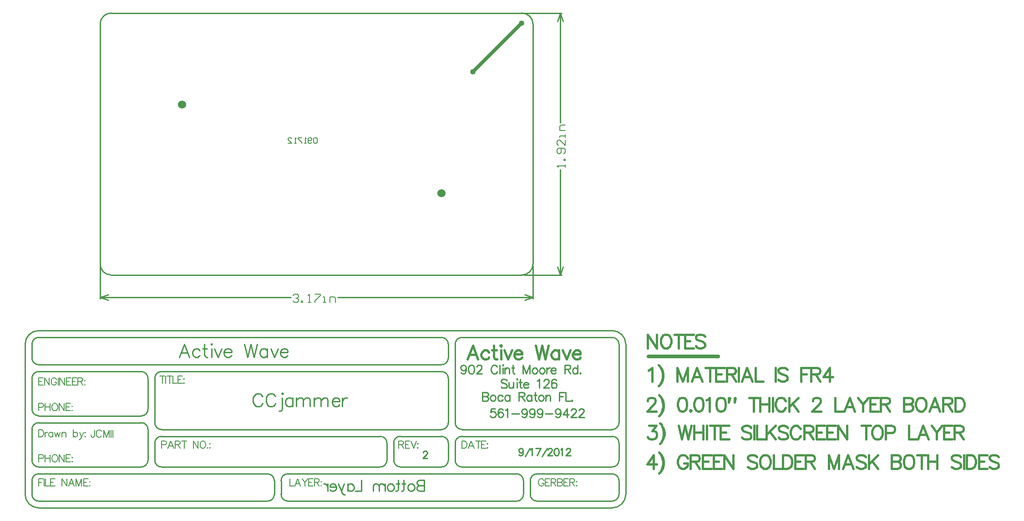
<source format=gbl>
%FSLAX25Y25*%
%MOIN*%
G70*
G01*
G75*
G04 Layer_Physical_Order=2*
G04 Layer_Color=16711680*
%ADD10C,0.02500*%
%ADD11C,0.06000*%
%ADD12R,0.05000X0.02000*%
%ADD13R,0.03000X0.03000*%
%ADD14R,0.01575X0.01575*%
%ADD15R,0.01575X0.02362*%
%ADD16R,0.01969X0.02756*%
%ADD17R,0.05118X0.06299*%
%ADD18C,0.01000*%
%ADD19C,0.02000*%
%ADD20C,0.01200*%
%ADD21C,0.03000*%
%ADD22C,0.00800*%
%ADD23C,0.00600*%
%ADD24C,0.00900*%
%ADD25C,0.01500*%
%ADD26C,0.00500*%
%ADD27C,0.04000*%
D10*
X273000Y149000D02*
X308500Y184500D01*
X401800Y-59700D02*
X452800D01*
D11*
X60000Y125000D02*
D03*
X250000Y60000D02*
D03*
D18*
X237400Y-150502D02*
Y-158500D01*
Y-150502D02*
X233972D01*
X232830Y-150883D01*
X232449Y-151263D01*
X232068Y-152025D01*
Y-152787D01*
X232449Y-153549D01*
X232830Y-153929D01*
X233972Y-154310D01*
X237400D02*
X233972D01*
X232830Y-154691D01*
X232449Y-155072D01*
X232068Y-155834D01*
Y-156976D01*
X232449Y-157738D01*
X232830Y-158119D01*
X233972Y-158500D01*
X237400D01*
X228373Y-153168D02*
X229135Y-153549D01*
X229897Y-154310D01*
X230278Y-155453D01*
Y-156215D01*
X229897Y-157357D01*
X229135Y-158119D01*
X228373Y-158500D01*
X227231D01*
X226469Y-158119D01*
X225707Y-157357D01*
X225326Y-156215D01*
Y-155453D01*
X225707Y-154310D01*
X226469Y-153549D01*
X227231Y-153168D01*
X228373D01*
X222432Y-150502D02*
Y-156976D01*
X222051Y-158119D01*
X221289Y-158500D01*
X220527D01*
X223574Y-153168D02*
X220908D01*
X218242Y-150502D02*
Y-156976D01*
X217861Y-158119D01*
X217100Y-158500D01*
X216338D01*
X219385Y-153168D02*
X216719D01*
X213291D02*
X214053Y-153549D01*
X214814Y-154310D01*
X215195Y-155453D01*
Y-156215D01*
X214814Y-157357D01*
X214053Y-158119D01*
X213291Y-158500D01*
X212148D01*
X211386Y-158119D01*
X210625Y-157357D01*
X210244Y-156215D01*
Y-155453D01*
X210625Y-154310D01*
X211386Y-153549D01*
X212148Y-153168D01*
X213291D01*
X208492D02*
Y-158500D01*
Y-154691D02*
X207349Y-153549D01*
X206588Y-153168D01*
X205445D01*
X204683Y-153549D01*
X204302Y-154691D01*
Y-158500D01*
Y-154691D02*
X203160Y-153549D01*
X202398Y-153168D01*
X201255D01*
X200494Y-153549D01*
X200113Y-154691D01*
Y-158500D01*
X191315Y-150502D02*
Y-158500D01*
X186744D01*
X181298Y-153168D02*
Y-158500D01*
Y-154310D02*
X182060Y-153549D01*
X182821Y-153168D01*
X183964D01*
X184726Y-153549D01*
X185487Y-154310D01*
X185868Y-155453D01*
Y-156215D01*
X185487Y-157357D01*
X184726Y-158119D01*
X183964Y-158500D01*
X182821D01*
X182060Y-158119D01*
X181298Y-157357D01*
X178784Y-153168D02*
X176499Y-158500D01*
X174214Y-153168D02*
X176499Y-158500D01*
X177260Y-160023D01*
X178022Y-160785D01*
X178784Y-161166D01*
X179165D01*
X172880Y-155453D02*
X168310D01*
Y-154691D01*
X168691Y-153929D01*
X169072Y-153549D01*
X169834Y-153168D01*
X170976D01*
X171738Y-153549D01*
X172500Y-154310D01*
X172880Y-155453D01*
Y-156215D01*
X172500Y-157357D01*
X171738Y-158119D01*
X170976Y-158500D01*
X169834D01*
X169072Y-158119D01*
X168310Y-157357D01*
X166596Y-153168D02*
Y-158500D01*
Y-155453D02*
X166215Y-154310D01*
X165454Y-153549D01*
X164692Y-153168D01*
X163549D01*
X310500Y192000D02*
X338000D01*
X310500Y0D02*
X338000D01*
X337000Y111495D02*
Y192000D01*
Y0D02*
Y77305D01*
X335000Y186000D02*
X337000Y192000D01*
X339000Y186000D01*
X337000Y0D02*
X339000Y6000D01*
X335000D02*
X337000Y0D01*
X317000Y-17500D02*
Y6516D01*
X0Y-17500D02*
Y6516D01*
X173995Y-16500D02*
X317000D01*
X0D02*
X139805D01*
X311000Y-14500D02*
X317000Y-16500D01*
X311000Y-18500D02*
X317000Y-16500D01*
X0D02*
X6000Y-18500D01*
X0Y-16500D02*
X6000Y-14500D01*
X-16Y8016D02*
G03*
X8000Y0I8016J0D01*
G01*
X8016Y192016D02*
G03*
X0Y184000I0J-8016D01*
G01*
X317016Y183984D02*
G03*
X309000Y192000I-8016J0D01*
G01*
Y0D02*
G03*
X317016Y8016I0J8016D01*
G01*
X8000Y0D02*
X309000D01*
X0Y8016D02*
Y184000D01*
X317000Y8016D02*
Y183984D01*
X8016Y192000D02*
X309000D01*
X127501Y-150794D02*
G03*
X122502Y-145794I-5000J0D01*
G01*
X122618Y-165794D02*
G03*
X127499Y-160827I84J4800D01*
G01*
X137502Y-145794D02*
G03*
X132501Y-150794I0J-5000D01*
G01*
Y-160794D02*
G03*
X137414Y-165793I5000J0D01*
G01*
X310001Y-150794D02*
G03*
X305001Y-145794I-5000J0D01*
G01*
X305118Y-165794D02*
G03*
X309999Y-160827I84J4800D01*
G01*
X315002Y-160894D02*
G03*
X319987Y-165793I4900J0D01*
G01*
X320002Y-145794D02*
G03*
X315002Y-150794I0J-5000D01*
G01*
X35002Y-75694D02*
G03*
X30101Y-70794I-4900J0D01*
G01*
X30202Y-103294D02*
G03*
X35002Y-98494I0J4800D01*
G01*
Y-113194D02*
G03*
X29930Y-108297I-4900J0D01*
G01*
X40001Y-108394D02*
G03*
X44901Y-113294I4900J0D01*
G01*
X40001Y-135894D02*
G03*
X44901Y-140794I4900J0D01*
G01*
X30101D02*
G03*
X35002Y-135894I0J4900D01*
G01*
X210001Y-123194D02*
G03*
X205101Y-118294I-4900J0D01*
G01*
Y-140794D02*
G03*
X210001Y-135809I0J4900D01*
G01*
X215002Y-135694D02*
G03*
X220012Y-140793I5100J0D01*
G01*
X219801Y-118294D02*
G03*
X215008Y-123345I0J-4800D01*
G01*
X45002Y-118294D02*
G03*
X40001Y-123294I0J-5000D01*
G01*
X45001Y-70794D02*
G03*
X40001Y-75794I0J-5000D01*
G01*
X-49999Y-135794D02*
G03*
X-45086Y-140793I5000J0D01*
G01*
X-44998Y-108294D02*
G03*
X-49999Y-113294I0J-5000D01*
G01*
Y-98294D02*
G03*
X-44998Y-103294I5000J0D01*
G01*
Y-70794D02*
G03*
X-49999Y-75794I0J-5000D01*
G01*
Y-60794D02*
G03*
X-44998Y-65794I5000J0D01*
G01*
Y-45794D02*
G03*
X-49999Y-50794I0J-5000D01*
G01*
X255001D02*
G03*
X250002Y-45794I-5000J0D01*
G01*
X265002D02*
G03*
X260001Y-50794I0J-5000D01*
G01*
X250002Y-65794D02*
G03*
X255001Y-60794I0J5000D01*
G01*
Y-75794D02*
G03*
X250002Y-70794I-5000J0D01*
G01*
X-44998Y-145794D02*
G03*
X-49999Y-150794I0J-5000D01*
G01*
X250089Y-113294D02*
G03*
X255002Y-108294I-87J5000D01*
G01*
X-49999Y-160794D02*
G03*
X-45086Y-165793I5000J0D01*
G01*
X255001Y-123194D02*
G03*
X250101Y-118294I-4900J0D01*
G01*
X260001Y-135894D02*
G03*
X264987Y-140793I4900J0D01*
G01*
X250002Y-140794D02*
G03*
X255001Y-135794I0J5000D01*
G01*
X375002Y-165794D02*
G03*
X380001Y-160794I0J5000D01*
G01*
X380002Y-150707D02*
G03*
X375002Y-145793I-5000J-87D01*
G01*
Y-140794D02*
G03*
X380001Y-135794I0J5000D01*
G01*
Y-50694D02*
G03*
X374931Y-45797I-4900J0D01*
G01*
X385001Y-50794D02*
G03*
X375002Y-40794I-10000J0D01*
G01*
Y-170794D02*
G03*
X385001Y-160794I0J10000D01*
G01*
X-54998Y-160694D02*
G03*
X-45075Y-170792I10100J0D01*
G01*
X-44998Y-40794D02*
G03*
X-54998Y-50794I0J-10000D01*
G01*
X260001Y-108294D02*
G03*
X265002Y-113294I5000J0D01*
G01*
X375002D02*
G03*
X380001Y-108294I0J5000D01*
G01*
X265002Y-118294D02*
G03*
X260001Y-123294I0J-5000D01*
G01*
X380001Y-123194D02*
G03*
X375101Y-118294I-4900J0D01*
G01*
X137502Y-165794D02*
X305001D01*
X-44998D02*
X122502D01*
X-44998Y-145794D02*
X122502D01*
X137502D02*
X305001D01*
X320002Y-165794D02*
X375002D01*
X320002Y-145794D02*
X375002D01*
X-44998Y-45794D02*
X250002D01*
X-44998Y-170794D02*
X375002D01*
X-44998Y-40794D02*
X375002D01*
X-44998Y-140794D02*
X30002D01*
X-44998Y-108294D02*
X30002D01*
X-44998Y-103294D02*
X30002D01*
X-44998Y-70794D02*
X30002D01*
X-44998Y-65794D02*
X250002D01*
X45002Y-70794D02*
X250002D01*
X45002Y-118294D02*
X205001D01*
X45002Y-140794D02*
X205001D01*
X220002D02*
X250002D01*
X220002Y-118294D02*
X250002D01*
X265002Y-140794D02*
X375002D01*
X265002Y-45794D02*
X375002D01*
X45002Y-113294D02*
X250002D01*
X265002D02*
X375002D01*
X265002Y-118294D02*
X375002D01*
X127501Y-160794D02*
Y-150794D01*
X132501Y-160794D02*
Y-150794D01*
X310001Y-160794D02*
Y-150794D01*
X315002Y-160794D02*
Y-150794D01*
X385001Y-160794D02*
Y-50794D01*
X-49999Y-135794D02*
Y-113294D01*
X35002Y-135794D02*
Y-113294D01*
X-49999Y-98294D02*
Y-75794D01*
X35002Y-98294D02*
Y-75794D01*
X-49999Y-60794D02*
Y-50794D01*
X255001Y-60794D02*
Y-50794D01*
Y-108294D02*
Y-75794D01*
X40001Y-108294D02*
Y-75794D01*
X210001Y-135794D02*
Y-123294D01*
X40001Y-135794D02*
Y-123294D01*
X215002Y-135794D02*
Y-123294D01*
X255001Y-135794D02*
Y-123294D01*
X380001Y-160794D02*
Y-150794D01*
X-49999Y-160794D02*
Y-150794D01*
X-54998Y-160794D02*
Y-50794D01*
X260001Y-108294D02*
Y-50794D01*
X380001Y-108294D02*
Y-50794D01*
X260001Y-135794D02*
Y-123294D01*
X380001Y-135794D02*
Y-123194D01*
X297875Y-77392D02*
X297266Y-76782D01*
X296352Y-76478D01*
X295133D01*
X294219Y-76782D01*
X293609Y-77392D01*
Y-78001D01*
X293914Y-78611D01*
X294219Y-78915D01*
X294828Y-79220D01*
X296656Y-79829D01*
X297266Y-80134D01*
X297570Y-80439D01*
X297875Y-81048D01*
Y-81962D01*
X297266Y-82572D01*
X296352Y-82876D01*
X295133D01*
X294219Y-82572D01*
X293609Y-81962D01*
X299307Y-78611D02*
Y-81658D01*
X299612Y-82572D01*
X300221Y-82876D01*
X301135D01*
X301745Y-82572D01*
X302659Y-81658D01*
Y-78611D02*
Y-82876D01*
X304944Y-76478D02*
X305249Y-76782D01*
X305554Y-76478D01*
X305249Y-76173D01*
X304944Y-76478D01*
X305249Y-78611D02*
Y-82876D01*
X307595Y-76478D02*
Y-81658D01*
X307900Y-82572D01*
X308509Y-82876D01*
X309119D01*
X306681Y-78611D02*
X308814D01*
X310033Y-80439D02*
X313689D01*
Y-79829D01*
X313384Y-79220D01*
X313080Y-78915D01*
X312470Y-78611D01*
X311556D01*
X310947Y-78915D01*
X310337Y-79525D01*
X310033Y-80439D01*
Y-81048D01*
X310337Y-81962D01*
X310947Y-82572D01*
X311556Y-82876D01*
X312470D01*
X313080Y-82572D01*
X313689Y-81962D01*
X320088Y-77697D02*
X320697Y-77392D01*
X321611Y-76478D01*
Y-82876D01*
X325085Y-78001D02*
Y-77697D01*
X325389Y-77087D01*
X325694Y-76782D01*
X326303Y-76478D01*
X327522D01*
X328132Y-76782D01*
X328436Y-77087D01*
X328741Y-77697D01*
Y-78306D01*
X328436Y-78915D01*
X327827Y-79829D01*
X324780Y-82876D01*
X329046D01*
X334134Y-77392D02*
X333829Y-76782D01*
X332915Y-76478D01*
X332306D01*
X331392Y-76782D01*
X330783Y-77697D01*
X330478Y-79220D01*
Y-80743D01*
X330783Y-81962D01*
X331392Y-82572D01*
X332306Y-82876D01*
X332611D01*
X333525Y-82572D01*
X334134Y-81962D01*
X334439Y-81048D01*
Y-80743D01*
X334134Y-79829D01*
X333525Y-79220D01*
X332611Y-78915D01*
X332306D01*
X331392Y-79220D01*
X330783Y-79829D01*
X330478Y-80743D01*
X289266Y-97978D02*
X286219D01*
X285914Y-100720D01*
X286219Y-100415D01*
X287133Y-100111D01*
X288047D01*
X288961Y-100415D01*
X289570Y-101025D01*
X289875Y-101939D01*
Y-102548D01*
X289570Y-103462D01*
X288961Y-104072D01*
X288047Y-104376D01*
X287133D01*
X286219Y-104072D01*
X285914Y-103767D01*
X285610Y-103158D01*
X294964Y-98892D02*
X294659Y-98282D01*
X293745Y-97978D01*
X293135D01*
X292221Y-98282D01*
X291612Y-99196D01*
X291307Y-100720D01*
Y-102243D01*
X291612Y-103462D01*
X292221Y-104072D01*
X293135Y-104376D01*
X293440D01*
X294354Y-104072D01*
X294964Y-103462D01*
X295268Y-102548D01*
Y-102243D01*
X294964Y-101329D01*
X294354Y-100720D01*
X293440Y-100415D01*
X293135D01*
X292221Y-100720D01*
X291612Y-101329D01*
X291307Y-102243D01*
X296670Y-99196D02*
X297279Y-98892D01*
X298193Y-97978D01*
Y-104376D01*
X301362Y-101634D02*
X306847D01*
X312697Y-100111D02*
X312392Y-101025D01*
X311783Y-101634D01*
X310869Y-101939D01*
X310564D01*
X309650Y-101634D01*
X309041Y-101025D01*
X308736Y-100111D01*
Y-99806D01*
X309041Y-98892D01*
X309650Y-98282D01*
X310564Y-97978D01*
X310869D01*
X311783Y-98282D01*
X312392Y-98892D01*
X312697Y-100111D01*
Y-101634D01*
X312392Y-103158D01*
X311783Y-104072D01*
X310869Y-104376D01*
X310259D01*
X309345Y-104072D01*
X309041Y-103462D01*
X318395Y-100111D02*
X318090Y-101025D01*
X317481Y-101634D01*
X316567Y-101939D01*
X316262D01*
X315348Y-101634D01*
X314738Y-101025D01*
X314434Y-100111D01*
Y-99806D01*
X314738Y-98892D01*
X315348Y-98282D01*
X316262Y-97978D01*
X316567D01*
X317481Y-98282D01*
X318090Y-98892D01*
X318395Y-100111D01*
Y-101634D01*
X318090Y-103158D01*
X317481Y-104072D01*
X316567Y-104376D01*
X315957D01*
X315043Y-104072D01*
X314738Y-103462D01*
X324093Y-100111D02*
X323788Y-101025D01*
X323179Y-101634D01*
X322265Y-101939D01*
X321960D01*
X321046Y-101634D01*
X320436Y-101025D01*
X320132Y-100111D01*
Y-99806D01*
X320436Y-98892D01*
X321046Y-98282D01*
X321960Y-97978D01*
X322265D01*
X323179Y-98282D01*
X323788Y-98892D01*
X324093Y-100111D01*
Y-101634D01*
X323788Y-103158D01*
X323179Y-104072D01*
X322265Y-104376D01*
X321655D01*
X320741Y-104072D01*
X320436Y-103462D01*
X325829Y-101634D02*
X331314D01*
X337164Y-100111D02*
X336859Y-101025D01*
X336250Y-101634D01*
X335336Y-101939D01*
X335031D01*
X334117Y-101634D01*
X333508Y-101025D01*
X333203Y-100111D01*
Y-99806D01*
X333508Y-98892D01*
X334117Y-98282D01*
X335031Y-97978D01*
X335336D01*
X336250Y-98282D01*
X336859Y-98892D01*
X337164Y-100111D01*
Y-101634D01*
X336859Y-103158D01*
X336250Y-104072D01*
X335336Y-104376D01*
X334727D01*
X333812Y-104072D01*
X333508Y-103462D01*
X341948Y-97978D02*
X338901Y-102243D01*
X343471D01*
X341948Y-97978D02*
Y-104376D01*
X344903Y-99501D02*
Y-99196D01*
X345208Y-98587D01*
X345513Y-98282D01*
X346122Y-97978D01*
X347341D01*
X347950Y-98282D01*
X348255Y-98587D01*
X348560Y-99196D01*
Y-99806D01*
X348255Y-100415D01*
X347646Y-101329D01*
X344599Y-104376D01*
X348865D01*
X350601Y-99501D02*
Y-99196D01*
X350906Y-98587D01*
X351211Y-98282D01*
X351820Y-97978D01*
X353039D01*
X353648Y-98282D01*
X353953Y-98587D01*
X354258Y-99196D01*
Y-99806D01*
X353953Y-100415D01*
X353344Y-101329D01*
X350297Y-104376D01*
X354562D01*
X268071Y-68111D02*
X267766Y-69025D01*
X267156Y-69634D01*
X266242Y-69939D01*
X265938D01*
X265024Y-69634D01*
X264414Y-69025D01*
X264109Y-68111D01*
Y-67806D01*
X264414Y-66892D01*
X265024Y-66282D01*
X265938Y-65978D01*
X266242D01*
X267156Y-66282D01*
X267766Y-66892D01*
X268071Y-68111D01*
Y-69634D01*
X267766Y-71158D01*
X267156Y-72072D01*
X266242Y-72376D01*
X265633D01*
X264719Y-72072D01*
X264414Y-71462D01*
X271636Y-65978D02*
X270721Y-66282D01*
X270112Y-67197D01*
X269807Y-68720D01*
Y-69634D01*
X270112Y-71158D01*
X270721Y-72072D01*
X271636Y-72376D01*
X272245D01*
X273159Y-72072D01*
X273768Y-71158D01*
X274073Y-69634D01*
Y-68720D01*
X273768Y-67197D01*
X273159Y-66282D01*
X272245Y-65978D01*
X271636D01*
X275810Y-67501D02*
Y-67197D01*
X276115Y-66587D01*
X276419Y-66282D01*
X277029Y-65978D01*
X278247D01*
X278857Y-66282D01*
X279162Y-66587D01*
X279466Y-67197D01*
Y-67806D01*
X279162Y-68415D01*
X278552Y-69329D01*
X275505Y-72376D01*
X279771D01*
X290801Y-67501D02*
X290496Y-66892D01*
X289887Y-66282D01*
X289277Y-65978D01*
X288059D01*
X287449Y-66282D01*
X286840Y-66892D01*
X286535Y-67501D01*
X286230Y-68415D01*
Y-69939D01*
X286535Y-70853D01*
X286840Y-71462D01*
X287449Y-72072D01*
X288059Y-72376D01*
X289277D01*
X289887Y-72072D01*
X290496Y-71462D01*
X290801Y-70853D01*
X292599Y-65978D02*
Y-72376D01*
X294549Y-65978D02*
X294853Y-66282D01*
X295158Y-65978D01*
X294853Y-65673D01*
X294549Y-65978D01*
X294853Y-68111D02*
Y-72376D01*
X296285Y-68111D02*
Y-72376D01*
Y-69329D02*
X297200Y-68415D01*
X297809Y-68111D01*
X298723D01*
X299332Y-68415D01*
X299637Y-69329D01*
Y-72376D01*
X302227Y-65978D02*
Y-71158D01*
X302532Y-72072D01*
X303141Y-72376D01*
X303750D01*
X301313Y-68111D02*
X303446D01*
X309692Y-65978D02*
Y-72376D01*
Y-65978D02*
X312130Y-72376D01*
X314567Y-65978D02*
X312130Y-72376D01*
X314567Y-65978D02*
Y-72376D01*
X317919Y-68111D02*
X317309Y-68415D01*
X316700Y-69025D01*
X316395Y-69939D01*
Y-70548D01*
X316700Y-71462D01*
X317309Y-72072D01*
X317919Y-72376D01*
X318833D01*
X319442Y-72072D01*
X320052Y-71462D01*
X320356Y-70548D01*
Y-69939D01*
X320052Y-69025D01*
X319442Y-68415D01*
X318833Y-68111D01*
X317919D01*
X323282D02*
X322672Y-68415D01*
X322063Y-69025D01*
X321758Y-69939D01*
Y-70548D01*
X322063Y-71462D01*
X322672Y-72072D01*
X323282Y-72376D01*
X324196D01*
X324805Y-72072D01*
X325414Y-71462D01*
X325719Y-70548D01*
Y-69939D01*
X325414Y-69025D01*
X324805Y-68415D01*
X324196Y-68111D01*
X323282D01*
X327121D02*
Y-72376D01*
Y-69939D02*
X327425Y-69025D01*
X328035Y-68415D01*
X328644Y-68111D01*
X329558D01*
X330137Y-69939D02*
X333794D01*
Y-69329D01*
X333489Y-68720D01*
X333184Y-68415D01*
X332575Y-68111D01*
X331661D01*
X331051Y-68415D01*
X330442Y-69025D01*
X330137Y-69939D01*
Y-70548D01*
X330442Y-71462D01*
X331051Y-72072D01*
X331661Y-72376D01*
X332575D01*
X333184Y-72072D01*
X333794Y-71462D01*
X340192Y-65978D02*
Y-72376D01*
Y-65978D02*
X342934D01*
X343849Y-66282D01*
X344153Y-66587D01*
X344458Y-67197D01*
Y-67806D01*
X344153Y-68415D01*
X343849Y-68720D01*
X342934Y-69025D01*
X340192D01*
X342325D02*
X344458Y-72376D01*
X349546Y-65978D02*
Y-72376D01*
Y-69025D02*
X348937Y-68415D01*
X348328Y-68111D01*
X347413D01*
X346804Y-68415D01*
X346195Y-69025D01*
X345890Y-69939D01*
Y-70548D01*
X346195Y-71462D01*
X346804Y-72072D01*
X347413Y-72376D01*
X348328D01*
X348937Y-72072D01*
X349546Y-71462D01*
X351557Y-71767D02*
X351253Y-72072D01*
X351557Y-72376D01*
X351862Y-72072D01*
X351557Y-71767D01*
X280110Y-85978D02*
Y-92376D01*
Y-85978D02*
X282852D01*
X283766Y-86282D01*
X284070Y-86587D01*
X284375Y-87196D01*
Y-87806D01*
X284070Y-88415D01*
X283766Y-88720D01*
X282852Y-89025D01*
X280110D02*
X282852D01*
X283766Y-89329D01*
X284070Y-89634D01*
X284375Y-90244D01*
Y-91158D01*
X284070Y-91767D01*
X283766Y-92072D01*
X282852Y-92376D01*
X280110D01*
X287331Y-88111D02*
X286721Y-88415D01*
X286112Y-89025D01*
X285807Y-89939D01*
Y-90548D01*
X286112Y-91462D01*
X286721Y-92072D01*
X287331Y-92376D01*
X288245D01*
X288854Y-92072D01*
X289464Y-91462D01*
X289768Y-90548D01*
Y-89939D01*
X289464Y-89025D01*
X288854Y-88415D01*
X288245Y-88111D01*
X287331D01*
X294826Y-89025D02*
X294217Y-88415D01*
X293607Y-88111D01*
X292693D01*
X292084Y-88415D01*
X291475Y-89025D01*
X291170Y-89939D01*
Y-90548D01*
X291475Y-91462D01*
X292084Y-92072D01*
X292693Y-92376D01*
X293607D01*
X294217Y-92072D01*
X294826Y-91462D01*
X299854Y-88111D02*
Y-92376D01*
Y-89025D02*
X299244Y-88415D01*
X298635Y-88111D01*
X297721D01*
X297112Y-88415D01*
X296502Y-89025D01*
X296197Y-89939D01*
Y-90548D01*
X296502Y-91462D01*
X297112Y-92072D01*
X297721Y-92376D01*
X298635D01*
X299244Y-92072D01*
X299854Y-91462D01*
X306588Y-85978D02*
Y-92376D01*
Y-85978D02*
X309330D01*
X310244Y-86282D01*
X310549Y-86587D01*
X310853Y-87196D01*
Y-87806D01*
X310549Y-88415D01*
X310244Y-88720D01*
X309330Y-89025D01*
X306588D01*
X308720D02*
X310853Y-92376D01*
X315942Y-88111D02*
Y-92376D01*
Y-89025D02*
X315332Y-88415D01*
X314723Y-88111D01*
X313809D01*
X313199Y-88415D01*
X312590Y-89025D01*
X312285Y-89939D01*
Y-90548D01*
X312590Y-91462D01*
X313199Y-92072D01*
X313809Y-92376D01*
X314723D01*
X315332Y-92072D01*
X315942Y-91462D01*
X318562Y-85978D02*
Y-91158D01*
X318867Y-92072D01*
X319476Y-92376D01*
X320086D01*
X317648Y-88111D02*
X319781D01*
X322523D02*
X321914Y-88415D01*
X321304Y-89025D01*
X321000Y-89939D01*
Y-90548D01*
X321304Y-91462D01*
X321914Y-92072D01*
X322523Y-92376D01*
X323437D01*
X324047Y-92072D01*
X324656Y-91462D01*
X324961Y-90548D01*
Y-89939D01*
X324656Y-89025D01*
X324047Y-88415D01*
X323437Y-88111D01*
X322523D01*
X326362D02*
Y-92376D01*
Y-89329D02*
X327276Y-88415D01*
X327886Y-88111D01*
X328800D01*
X329409Y-88415D01*
X329714Y-89329D01*
Y-92376D01*
X336417Y-85978D02*
Y-92376D01*
Y-85978D02*
X340378D01*
X336417Y-89025D02*
X338855D01*
X341110Y-85978D02*
Y-92376D01*
X344766D01*
X345772Y-91767D02*
X345467Y-92072D01*
X345772Y-92376D01*
X346076Y-92072D01*
X345772Y-91767D01*
D22*
X159000Y99832D02*
X158334Y100499D01*
X157001D01*
X156334Y99832D01*
Y97166D01*
X157001Y96500D01*
X158334D01*
X159000Y97166D01*
Y99832D01*
X155001Y97166D02*
X154335Y96500D01*
X153002D01*
X152336Y97166D01*
Y99832D01*
X153002Y100499D01*
X154335D01*
X155001Y99832D01*
Y99166D01*
X154335Y98499D01*
X152336D01*
X151003Y96500D02*
X149670D01*
X150336D01*
Y100499D01*
X151003Y99832D01*
X147670Y100499D02*
X145004D01*
Y99832D01*
X147670Y97166D01*
Y96500D01*
X143672D02*
X142339D01*
X143005D01*
Y100499D01*
X143672Y99832D01*
X137674Y96500D02*
X140339D01*
X137674Y99166D01*
Y99832D01*
X138340Y100499D01*
X139673D01*
X140339Y99832D01*
X-4163Y-113567D02*
Y-117630D01*
X-4417Y-118392D01*
X-4671Y-118646D01*
X-5179Y-118900D01*
X-5686D01*
X-6194Y-118646D01*
X-6448Y-118392D01*
X-6702Y-117630D01*
Y-117122D01*
X1017Y-114837D02*
X763Y-114329D01*
X255Y-113821D01*
X-253Y-113567D01*
X-1268D01*
X-1776Y-113821D01*
X-2284Y-114329D01*
X-2538Y-114837D01*
X-2792Y-115599D01*
Y-116868D01*
X-2538Y-117630D01*
X-2284Y-118138D01*
X-1776Y-118646D01*
X-1268Y-118900D01*
X-253D01*
X255Y-118646D01*
X763Y-118138D01*
X1017Y-117630D01*
X2515Y-113567D02*
Y-118900D01*
Y-113567D02*
X4546Y-118900D01*
X6578Y-113567D02*
X4546Y-118900D01*
X6578Y-113567D02*
Y-118900D01*
X8101Y-113567D02*
Y-118900D01*
X9218Y-113567D02*
Y-118900D01*
D23*
X340599Y78905D02*
Y80904D01*
Y79905D01*
X334601D01*
X335601Y78905D01*
X340599Y83903D02*
X339599D01*
Y84903D01*
X340599D01*
Y83903D01*
X339599Y88902D02*
X340599Y89901D01*
Y91901D01*
X339599Y92901D01*
X335601D01*
X334601Y91901D01*
Y89901D01*
X335601Y88902D01*
X336600D01*
X337600Y89901D01*
Y92901D01*
X340599Y98899D02*
Y94900D01*
X336600Y98899D01*
X335601D01*
X334601Y97899D01*
Y95899D01*
X335601Y94900D01*
X340599Y100898D02*
Y102897D01*
Y101898D01*
X336600D01*
Y100898D01*
X340599Y105896D02*
X336600D01*
Y108895D01*
X337600Y109895D01*
X340599D01*
X141405Y-15101D02*
X142405Y-14101D01*
X144404D01*
X145404Y-15101D01*
Y-16100D01*
X144404Y-17100D01*
X143404D01*
X144404D01*
X145404Y-18100D01*
Y-19099D01*
X144404Y-20099D01*
X142405D01*
X141405Y-19099D01*
X147403Y-20099D02*
Y-19099D01*
X148403D01*
Y-20099D01*
X147403D01*
X152401D02*
X154401D01*
X153401D01*
Y-14101D01*
X152401Y-15101D01*
X157400Y-14101D02*
X161398D01*
Y-15101D01*
X157400Y-19099D01*
Y-20099D01*
X163398D02*
X165397D01*
X164398D01*
Y-16100D01*
X163398D01*
X168396Y-20099D02*
Y-16100D01*
X171395D01*
X172395Y-17100D01*
Y-20099D01*
D24*
X309779Y-128785D02*
X309525Y-129547D01*
X309018Y-130055D01*
X308256Y-130309D01*
X308002D01*
X307240Y-130055D01*
X306733Y-129547D01*
X306479Y-128785D01*
Y-128531D01*
X306733Y-127769D01*
X307240Y-127262D01*
X308002Y-127008D01*
X308256D01*
X309018Y-127262D01*
X309525Y-127769D01*
X309779Y-128785D01*
Y-130055D01*
X309525Y-131324D01*
X309018Y-132086D01*
X308256Y-132340D01*
X307748D01*
X306986Y-132086D01*
X306733Y-131578D01*
X311227Y-133102D02*
X314782Y-127008D01*
X315137Y-128023D02*
X315645Y-127769D01*
X316407Y-127008D01*
Y-132340D01*
X322602Y-127008D02*
X320063Y-132340D01*
X319047Y-127008D02*
X322602D01*
X323796Y-133102D02*
X327350Y-127008D01*
X327960Y-128277D02*
Y-128023D01*
X328214Y-127516D01*
X328468Y-127262D01*
X328976Y-127008D01*
X329991D01*
X330499Y-127262D01*
X330753Y-127516D01*
X331007Y-128023D01*
Y-128531D01*
X330753Y-129039D01*
X330245Y-129801D01*
X327706Y-132340D01*
X331261D01*
X333978Y-127008D02*
X333216Y-127262D01*
X332708Y-128023D01*
X332454Y-129293D01*
Y-130055D01*
X332708Y-131324D01*
X333216Y-132086D01*
X333978Y-132340D01*
X334486D01*
X335247Y-132086D01*
X335755Y-131324D01*
X336009Y-130055D01*
Y-129293D01*
X335755Y-128023D01*
X335247Y-127262D01*
X334486Y-127008D01*
X333978D01*
X337203Y-128023D02*
X337710Y-127769D01*
X338472Y-127008D01*
Y-132340D01*
X341367Y-128277D02*
Y-128023D01*
X341621Y-127516D01*
X341875Y-127262D01*
X342382Y-127008D01*
X343398D01*
X343906Y-127262D01*
X344160Y-127516D01*
X344414Y-128023D01*
Y-128531D01*
X344160Y-129039D01*
X343652Y-129801D01*
X341113Y-132340D01*
X344668D01*
X65314Y-60294D02*
X61658Y-50696D01*
X58001Y-60294D01*
X59373Y-57095D02*
X63943D01*
X73038Y-55267D02*
X72124Y-54352D01*
X71210Y-53895D01*
X69839D01*
X68925Y-54352D01*
X68011Y-55267D01*
X67554Y-56638D01*
Y-57552D01*
X68011Y-58923D01*
X68925Y-59837D01*
X69839Y-60294D01*
X71210D01*
X72124Y-59837D01*
X73038Y-58923D01*
X76466Y-50696D02*
Y-58466D01*
X76923Y-59837D01*
X77837Y-60294D01*
X78751D01*
X75095Y-53895D02*
X78294D01*
X81036Y-50696D02*
X81494Y-51153D01*
X81950Y-50696D01*
X81494Y-50239D01*
X81036Y-50696D01*
X81494Y-53895D02*
Y-60294D01*
X83642Y-53895D02*
X86384Y-60294D01*
X89126Y-53895D02*
X86384Y-60294D01*
X90680Y-56638D02*
X96165D01*
Y-55724D01*
X95708Y-54809D01*
X95250Y-54352D01*
X94336Y-53895D01*
X92965D01*
X92051Y-54352D01*
X91137Y-55267D01*
X90680Y-56638D01*
Y-57552D01*
X91137Y-58923D01*
X92051Y-59837D01*
X92965Y-60294D01*
X94336D01*
X95250Y-59837D01*
X96165Y-58923D01*
X105763Y-50696D02*
X108048Y-60294D01*
X110333Y-50696D02*
X108048Y-60294D01*
X110333Y-50696D02*
X112618Y-60294D01*
X114903Y-50696D02*
X112618Y-60294D01*
X122308Y-53895D02*
Y-60294D01*
Y-55267D02*
X121394Y-54352D01*
X120479Y-53895D01*
X119108D01*
X118194Y-54352D01*
X117280Y-55267D01*
X116823Y-56638D01*
Y-57552D01*
X117280Y-58923D01*
X118194Y-59837D01*
X119108Y-60294D01*
X120479D01*
X121394Y-59837D01*
X122308Y-58923D01*
X124867Y-53895D02*
X127609Y-60294D01*
X130352Y-53895D02*
X127609Y-60294D01*
X131905Y-56638D02*
X137390D01*
Y-55724D01*
X136933Y-54809D01*
X136476Y-54352D01*
X135562Y-53895D01*
X134191D01*
X133277Y-54352D01*
X132363Y-55267D01*
X131905Y-56638D01*
Y-57552D01*
X132363Y-58923D01*
X133277Y-59837D01*
X134191Y-60294D01*
X135562D01*
X136476Y-59837D01*
X137390Y-58923D01*
X118856Y-89187D02*
X118399Y-88273D01*
X117484Y-87359D01*
X116570Y-86902D01*
X114742D01*
X113828Y-87359D01*
X112914Y-88273D01*
X112457Y-89187D01*
X112000Y-90558D01*
Y-92844D01*
X112457Y-94215D01*
X112914Y-95129D01*
X113828Y-96043D01*
X114742Y-96500D01*
X116570D01*
X117484Y-96043D01*
X118399Y-95129D01*
X118856Y-94215D01*
X128408Y-89187D02*
X127951Y-88273D01*
X127037Y-87359D01*
X126123Y-86902D01*
X124294D01*
X123380Y-87359D01*
X122466Y-88273D01*
X122009Y-89187D01*
X121552Y-90558D01*
Y-92844D01*
X122009Y-94215D01*
X122466Y-95129D01*
X123380Y-96043D01*
X124294Y-96500D01*
X126123D01*
X127037Y-96043D01*
X127951Y-95129D01*
X128408Y-94215D01*
X132933Y-86902D02*
X133390Y-87359D01*
X133847Y-86902D01*
X133390Y-86445D01*
X132933Y-86902D01*
X133390Y-90101D02*
Y-97871D01*
X132933Y-99242D01*
X132019Y-99699D01*
X131105D01*
X141114Y-90101D02*
Y-96500D01*
Y-91473D02*
X140200Y-90558D01*
X139286Y-90101D01*
X137914D01*
X137000Y-90558D01*
X136086Y-91473D01*
X135629Y-92844D01*
Y-93758D01*
X136086Y-95129D01*
X137000Y-96043D01*
X137914Y-96500D01*
X139286D01*
X140200Y-96043D01*
X141114Y-95129D01*
X143673Y-90101D02*
Y-96500D01*
Y-91930D02*
X145044Y-90558D01*
X145958Y-90101D01*
X147330D01*
X148244Y-90558D01*
X148701Y-91930D01*
Y-96500D01*
Y-91930D02*
X150072Y-90558D01*
X150986Y-90101D01*
X152357D01*
X153271Y-90558D01*
X153728Y-91930D01*
Y-96500D01*
X156745Y-90101D02*
Y-96500D01*
Y-91930D02*
X158116Y-90558D01*
X159030Y-90101D01*
X160401D01*
X161315Y-90558D01*
X161772Y-91930D01*
Y-96500D01*
Y-91930D02*
X163143Y-90558D01*
X164057Y-90101D01*
X165428D01*
X166343Y-90558D01*
X166800Y-91930D01*
Y-96500D01*
X169816Y-92844D02*
X175301D01*
Y-91930D01*
X174844Y-91015D01*
X174387Y-90558D01*
X173472Y-90101D01*
X172101D01*
X171187Y-90558D01*
X170273Y-91473D01*
X169816Y-92844D01*
Y-93758D01*
X170273Y-95129D01*
X171187Y-96043D01*
X172101Y-96500D01*
X173472D01*
X174387Y-96043D01*
X175301Y-95129D01*
X177357Y-90101D02*
Y-96500D01*
Y-92844D02*
X177814Y-91473D01*
X178728Y-90558D01*
X179643Y-90101D01*
X181014D01*
X236505Y-130481D02*
Y-130227D01*
X236759Y-129720D01*
X237013Y-129466D01*
X237521Y-129212D01*
X238537D01*
X239044Y-129466D01*
X239298Y-129720D01*
X239552Y-130227D01*
Y-130735D01*
X239298Y-131243D01*
X238790Y-132005D01*
X236251Y-134544D01*
X239806D01*
D25*
X276727Y-61876D02*
X272918Y-51878D01*
X269110Y-61876D01*
X270538Y-58544D02*
X275299D01*
X284773Y-56639D02*
X283821Y-55687D01*
X282868Y-55211D01*
X281440D01*
X280488Y-55687D01*
X279536Y-56639D01*
X279060Y-58068D01*
Y-59020D01*
X279536Y-60448D01*
X280488Y-61400D01*
X281440Y-61876D01*
X282868D01*
X283821Y-61400D01*
X284773Y-60448D01*
X288343Y-51878D02*
Y-59972D01*
X288820Y-61400D01*
X289772Y-61876D01*
X290724D01*
X286915Y-55211D02*
X290248D01*
X293104Y-51878D02*
X293580Y-52355D01*
X294057Y-51878D01*
X293580Y-51402D01*
X293104Y-51878D01*
X293580Y-55211D02*
Y-61876D01*
X295818Y-55211D02*
X298675Y-61876D01*
X301531Y-55211D02*
X298675Y-61876D01*
X303150Y-58068D02*
X308863D01*
Y-57116D01*
X308387Y-56163D01*
X307911Y-55687D01*
X306959Y-55211D01*
X305530D01*
X304578Y-55687D01*
X303626Y-56639D01*
X303150Y-58068D01*
Y-59020D01*
X303626Y-60448D01*
X304578Y-61400D01*
X305530Y-61876D01*
X306959D01*
X307911Y-61400D01*
X308863Y-60448D01*
X318861Y-51878D02*
X321241Y-61876D01*
X323622Y-51878D02*
X321241Y-61876D01*
X323622Y-51878D02*
X326002Y-61876D01*
X328382Y-51878D02*
X326002Y-61876D01*
X336095Y-55211D02*
Y-61876D01*
Y-56639D02*
X335143Y-55687D01*
X334191Y-55211D01*
X332763D01*
X331810Y-55687D01*
X330858Y-56639D01*
X330382Y-58068D01*
Y-59020D01*
X330858Y-60448D01*
X331810Y-61400D01*
X332763Y-61876D01*
X334191D01*
X335143Y-61400D01*
X336095Y-60448D01*
X338761Y-55211D02*
X341618Y-61876D01*
X344474Y-55211D02*
X341618Y-61876D01*
X346093Y-58068D02*
X351806D01*
Y-57116D01*
X351330Y-56163D01*
X350854Y-55687D01*
X349902Y-55211D01*
X348473D01*
X347521Y-55687D01*
X346569Y-56639D01*
X346093Y-58068D01*
Y-59020D01*
X346569Y-60448D01*
X347521Y-61400D01*
X348473Y-61876D01*
X349902D01*
X350854Y-61400D01*
X351806Y-60448D01*
X401100Y-43602D02*
Y-53600D01*
Y-43602D02*
X407765Y-53600D01*
Y-43602D02*
Y-53600D01*
X413383Y-43602D02*
X412431Y-44078D01*
X411479Y-45030D01*
X411003Y-45983D01*
X410527Y-47411D01*
Y-49791D01*
X411003Y-51220D01*
X411479Y-52172D01*
X412431Y-53124D01*
X413383Y-53600D01*
X415287D01*
X416240Y-53124D01*
X417192Y-52172D01*
X417668Y-51220D01*
X418144Y-49791D01*
Y-47411D01*
X417668Y-45983D01*
X417192Y-45030D01*
X416240Y-44078D01*
X415287Y-43602D01*
X413383D01*
X423809D02*
Y-53600D01*
X420477Y-43602D02*
X427142D01*
X434521D02*
X428332D01*
Y-53600D01*
X434521D01*
X428332Y-48363D02*
X432141D01*
X442853Y-45030D02*
X441901Y-44078D01*
X440473Y-43602D01*
X438568D01*
X437140Y-44078D01*
X436188Y-45030D01*
Y-45983D01*
X436664Y-46935D01*
X437140Y-47411D01*
X438092Y-47887D01*
X440949Y-48839D01*
X441901Y-49315D01*
X442377Y-49791D01*
X442853Y-50744D01*
Y-52172D01*
X441901Y-53124D01*
X440473Y-53600D01*
X438568D01*
X437140Y-53124D01*
X436188Y-52172D01*
X401800Y-69907D02*
X402752Y-69430D01*
X404180Y-68002D01*
Y-78000D01*
X409132Y-66098D02*
X410084Y-67050D01*
X411036Y-68478D01*
X411988Y-70383D01*
X412464Y-72763D01*
Y-74667D01*
X411988Y-77048D01*
X411036Y-78952D01*
X410084Y-80380D01*
X409132Y-81333D01*
X410084Y-67050D02*
X411036Y-68954D01*
X411512Y-70383D01*
X411988Y-72763D01*
Y-74667D01*
X411512Y-77048D01*
X411036Y-78476D01*
X410084Y-80380D01*
X422748Y-68002D02*
Y-78000D01*
Y-68002D02*
X426557Y-78000D01*
X430365Y-68002D02*
X426557Y-78000D01*
X430365Y-68002D02*
Y-78000D01*
X440839D02*
X437031Y-68002D01*
X433222Y-78000D01*
X434650Y-74667D02*
X439411D01*
X446505Y-68002D02*
Y-78000D01*
X443172Y-68002D02*
X449837D01*
X457217D02*
X451027D01*
Y-78000D01*
X457217D01*
X451027Y-72763D02*
X454836D01*
X458883Y-68002D02*
Y-78000D01*
Y-68002D02*
X463168D01*
X464596Y-68478D01*
X465072Y-68954D01*
X465548Y-69907D01*
Y-70859D01*
X465072Y-71811D01*
X464596Y-72287D01*
X463168Y-72763D01*
X458883D01*
X462216D02*
X465548Y-78000D01*
X467786Y-68002D02*
Y-78000D01*
X477498D02*
X473689Y-68002D01*
X469881Y-78000D01*
X471309Y-74667D02*
X476070D01*
X479831Y-68002D02*
Y-78000D01*
X485544D01*
X494494Y-68002D02*
Y-78000D01*
X503255Y-69430D02*
X502302Y-68478D01*
X500874Y-68002D01*
X498970D01*
X497541Y-68478D01*
X496589Y-69430D01*
Y-70383D01*
X497065Y-71335D01*
X497541Y-71811D01*
X498494Y-72287D01*
X501350Y-73239D01*
X502302Y-73715D01*
X502778Y-74191D01*
X503255Y-75143D01*
Y-76572D01*
X502302Y-77524D01*
X500874Y-78000D01*
X498970D01*
X497541Y-77524D01*
X496589Y-76572D01*
X513347Y-68002D02*
Y-78000D01*
Y-68002D02*
X519537D01*
X513347Y-72763D02*
X517156D01*
X520679Y-68002D02*
Y-78000D01*
Y-68002D02*
X524964D01*
X526392Y-68478D01*
X526868Y-68954D01*
X527345Y-69907D01*
Y-70859D01*
X526868Y-71811D01*
X526392Y-72287D01*
X524964Y-72763D01*
X520679D01*
X524012D02*
X527345Y-78000D01*
X534343Y-68002D02*
X529582Y-74667D01*
X536724D01*
X534343Y-68002D02*
Y-78000D01*
X400976Y-92283D02*
Y-91807D01*
X401452Y-90854D01*
X401928Y-90378D01*
X402880Y-89902D01*
X404785D01*
X405737Y-90378D01*
X406213Y-90854D01*
X406689Y-91807D01*
Y-92759D01*
X406213Y-93711D01*
X405261Y-95139D01*
X400500Y-99900D01*
X407165D01*
X409403Y-87998D02*
X410355Y-88950D01*
X411307Y-90378D01*
X412259Y-92283D01*
X412736Y-94663D01*
Y-96567D01*
X412259Y-98948D01*
X411307Y-100852D01*
X410355Y-102280D01*
X409403Y-103233D01*
X410355Y-88950D02*
X411307Y-90854D01*
X411783Y-92283D01*
X412259Y-94663D01*
Y-96567D01*
X411783Y-98948D01*
X411307Y-100376D01*
X410355Y-102280D01*
X425876Y-89902D02*
X424447Y-90378D01*
X423495Y-91807D01*
X423019Y-94187D01*
Y-95615D01*
X423495Y-97996D01*
X424447Y-99424D01*
X425876Y-99900D01*
X426828D01*
X428256Y-99424D01*
X429208Y-97996D01*
X429684Y-95615D01*
Y-94187D01*
X429208Y-91807D01*
X428256Y-90378D01*
X426828Y-89902D01*
X425876D01*
X432398Y-98948D02*
X431922Y-99424D01*
X432398Y-99900D01*
X432874Y-99424D01*
X432398Y-98948D01*
X437921Y-89902D02*
X436492Y-90378D01*
X435540Y-91807D01*
X435064Y-94187D01*
Y-95615D01*
X435540Y-97996D01*
X436492Y-99424D01*
X437921Y-99900D01*
X438873D01*
X440301Y-99424D01*
X441253Y-97996D01*
X441729Y-95615D01*
Y-94187D01*
X441253Y-91807D01*
X440301Y-90378D01*
X438873Y-89902D01*
X437921D01*
X443967Y-91807D02*
X444919Y-91330D01*
X446347Y-89902D01*
Y-99900D01*
X454155Y-89902D02*
X452727Y-90378D01*
X451775Y-91807D01*
X451299Y-94187D01*
Y-95615D01*
X451775Y-97996D01*
X452727Y-99424D01*
X454155Y-99900D01*
X455107D01*
X456536Y-99424D01*
X457488Y-97996D01*
X457964Y-95615D01*
Y-94187D01*
X457488Y-91807D01*
X456536Y-90378D01*
X455107Y-89902D01*
X454155D01*
X460678D02*
X460202Y-90378D01*
Y-93235D01*
X460678Y-90378D02*
X460202Y-93235D01*
X460678Y-89902D02*
X461154Y-90378D01*
X460202Y-93235D01*
X464962Y-89902D02*
X464486Y-90378D01*
Y-93235D01*
X464962Y-90378D02*
X464486Y-93235D01*
X464962Y-89902D02*
X465438Y-90378D01*
X464486Y-93235D01*
X478721Y-89902D02*
Y-99900D01*
X475389Y-89902D02*
X482054D01*
X483244D02*
Y-99900D01*
X489909Y-89902D02*
Y-99900D01*
X483244Y-94663D02*
X489909D01*
X492671Y-89902D02*
Y-99900D01*
X501907Y-92283D02*
X501431Y-91330D01*
X500479Y-90378D01*
X499526Y-89902D01*
X497622D01*
X496670Y-90378D01*
X495718Y-91330D01*
X495242Y-92283D01*
X494766Y-93711D01*
Y-96091D01*
X495242Y-97520D01*
X495718Y-98472D01*
X496670Y-99424D01*
X497622Y-99900D01*
X499526D01*
X500479Y-99424D01*
X501431Y-98472D01*
X501907Y-97520D01*
X504716Y-89902D02*
Y-99900D01*
X511381Y-89902D02*
X504716Y-96567D01*
X507096Y-94187D02*
X511381Y-99900D01*
X521950Y-92283D02*
Y-91807D01*
X522426Y-90854D01*
X522902Y-90378D01*
X523854Y-89902D01*
X525759D01*
X526711Y-90378D01*
X527187Y-90854D01*
X527663Y-91807D01*
Y-92759D01*
X527187Y-93711D01*
X526235Y-95139D01*
X521474Y-99900D01*
X528139D01*
X538232Y-89902D02*
Y-99900D01*
X543945D01*
X552658D02*
X548849Y-89902D01*
X545040Y-99900D01*
X546469Y-96567D02*
X551230D01*
X554991Y-89902D02*
X558799Y-94663D01*
Y-99900D01*
X562608Y-89902D02*
X558799Y-94663D01*
X570083Y-89902D02*
X563894D01*
Y-99900D01*
X570083D01*
X563894Y-94663D02*
X567702D01*
X571749Y-89902D02*
Y-99900D01*
Y-89902D02*
X576034D01*
X577462Y-90378D01*
X577938Y-90854D01*
X578414Y-91807D01*
Y-92759D01*
X577938Y-93711D01*
X577462Y-94187D01*
X576034Y-94663D01*
X571749D01*
X575082D02*
X578414Y-99900D01*
X588507Y-89902D02*
Y-99900D01*
Y-89902D02*
X592792D01*
X594220Y-90378D01*
X594697Y-90854D01*
X595173Y-91807D01*
Y-92759D01*
X594697Y-93711D01*
X594220Y-94187D01*
X592792Y-94663D01*
X588507D02*
X592792D01*
X594220Y-95139D01*
X594697Y-95615D01*
X595173Y-96567D01*
Y-97996D01*
X594697Y-98948D01*
X594220Y-99424D01*
X592792Y-99900D01*
X588507D01*
X600267Y-89902D02*
X599314Y-90378D01*
X598362Y-91330D01*
X597886Y-92283D01*
X597410Y-93711D01*
Y-96091D01*
X597886Y-97520D01*
X598362Y-98472D01*
X599314Y-99424D01*
X600267Y-99900D01*
X602171D01*
X603123Y-99424D01*
X604075Y-98472D01*
X604552Y-97520D01*
X605028Y-96091D01*
Y-93711D01*
X604552Y-92283D01*
X604075Y-91330D01*
X603123Y-90378D01*
X602171Y-89902D01*
X600267D01*
X614978Y-99900D02*
X611169Y-89902D01*
X607360Y-99900D01*
X608789Y-96567D02*
X613550D01*
X617311Y-89902D02*
Y-99900D01*
Y-89902D02*
X621595D01*
X623024Y-90378D01*
X623500Y-90854D01*
X623976Y-91807D01*
Y-92759D01*
X623500Y-93711D01*
X623024Y-94187D01*
X621595Y-94663D01*
X617311D01*
X620643D02*
X623976Y-99900D01*
X626214Y-89902D02*
Y-99900D01*
Y-89902D02*
X629546D01*
X630974Y-90378D01*
X631927Y-91330D01*
X632403Y-92283D01*
X632879Y-93711D01*
Y-96091D01*
X632403Y-97520D01*
X631927Y-98472D01*
X630974Y-99424D01*
X629546Y-99900D01*
X626214D01*
X401952Y-110502D02*
X407189D01*
X404333Y-114311D01*
X405761D01*
X406713Y-114787D01*
X407189Y-115263D01*
X407665Y-116691D01*
Y-117643D01*
X407189Y-119072D01*
X406237Y-120024D01*
X404809Y-120500D01*
X403380D01*
X401952Y-120024D01*
X401476Y-119548D01*
X401000Y-118596D01*
X409903Y-108598D02*
X410855Y-109550D01*
X411807Y-110978D01*
X412759Y-112883D01*
X413236Y-115263D01*
Y-117167D01*
X412759Y-119548D01*
X411807Y-121452D01*
X410855Y-122880D01*
X409903Y-123833D01*
X410855Y-109550D02*
X411807Y-111454D01*
X412283Y-112883D01*
X412759Y-115263D01*
Y-117167D01*
X412283Y-119548D01*
X411807Y-120976D01*
X410855Y-122880D01*
X423519Y-110502D02*
X425899Y-120500D01*
X428280Y-110502D02*
X425899Y-120500D01*
X428280Y-110502D02*
X430660Y-120500D01*
X433041Y-110502D02*
X430660Y-120500D01*
X435040Y-110502D02*
Y-120500D01*
X441706Y-110502D02*
Y-120500D01*
X435040Y-115263D02*
X441706D01*
X444467Y-110502D02*
Y-120500D01*
X449894Y-110502D02*
Y-120500D01*
X446562Y-110502D02*
X453227D01*
X460606D02*
X454417D01*
Y-120500D01*
X460606D01*
X454417Y-115263D02*
X458226D01*
X476793Y-111930D02*
X475841Y-110978D01*
X474413Y-110502D01*
X472508D01*
X471080Y-110978D01*
X470128Y-111930D01*
Y-112883D01*
X470604Y-113835D01*
X471080Y-114311D01*
X472032Y-114787D01*
X474889Y-115739D01*
X475841Y-116215D01*
X476317Y-116691D01*
X476793Y-117643D01*
Y-119072D01*
X475841Y-120024D01*
X474413Y-120500D01*
X472508D01*
X471080Y-120024D01*
X470128Y-119072D01*
X479031Y-110502D02*
Y-120500D01*
X481126Y-110502D02*
Y-120500D01*
X486839D01*
X487934Y-110502D02*
Y-120500D01*
X494599Y-110502D02*
X487934Y-117167D01*
X490314Y-114787D02*
X494599Y-120500D01*
X503502Y-111930D02*
X502550Y-110978D01*
X501121Y-110502D01*
X499217D01*
X497789Y-110978D01*
X496837Y-111930D01*
Y-112883D01*
X497313Y-113835D01*
X497789Y-114311D01*
X498741Y-114787D01*
X501597Y-115739D01*
X502550Y-116215D01*
X503026Y-116691D01*
X503502Y-117643D01*
Y-119072D01*
X502550Y-120024D01*
X501121Y-120500D01*
X499217D01*
X497789Y-120024D01*
X496837Y-119072D01*
X512881Y-112883D02*
X512405Y-111930D01*
X511452Y-110978D01*
X510500Y-110502D01*
X508596D01*
X507644Y-110978D01*
X506692Y-111930D01*
X506215Y-112883D01*
X505739Y-114311D01*
Y-116691D01*
X506215Y-118120D01*
X506692Y-119072D01*
X507644Y-120024D01*
X508596Y-120500D01*
X510500D01*
X511452Y-120024D01*
X512405Y-119072D01*
X512881Y-118120D01*
X515690Y-110502D02*
Y-120500D01*
Y-110502D02*
X519975D01*
X521403Y-110978D01*
X521879Y-111454D01*
X522355Y-112407D01*
Y-113359D01*
X521879Y-114311D01*
X521403Y-114787D01*
X519975Y-115263D01*
X515690D01*
X519022D02*
X522355Y-120500D01*
X530782Y-110502D02*
X524593D01*
Y-120500D01*
X530782D01*
X524593Y-115263D02*
X528401D01*
X538637Y-110502D02*
X532448D01*
Y-120500D01*
X538637D01*
X532448Y-115263D02*
X536257D01*
X540304Y-110502D02*
Y-120500D01*
Y-110502D02*
X546969Y-120500D01*
Y-110502D02*
Y-120500D01*
X560918Y-110502D02*
Y-120500D01*
X557585Y-110502D02*
X564251D01*
X568297D02*
X567345Y-110978D01*
X566393Y-111930D01*
X565917Y-112883D01*
X565441Y-114311D01*
Y-116691D01*
X565917Y-118120D01*
X566393Y-119072D01*
X567345Y-120024D01*
X568297Y-120500D01*
X570202D01*
X571154Y-120024D01*
X572106Y-119072D01*
X572582Y-118120D01*
X573058Y-116691D01*
Y-114311D01*
X572582Y-112883D01*
X572106Y-111930D01*
X571154Y-110978D01*
X570202Y-110502D01*
X568297D01*
X575391Y-115739D02*
X579676D01*
X581104Y-115263D01*
X581580Y-114787D01*
X582056Y-113835D01*
Y-112407D01*
X581580Y-111454D01*
X581104Y-110978D01*
X579676Y-110502D01*
X575391D01*
Y-120500D01*
X592149Y-110502D02*
Y-120500D01*
X597863D01*
X606575D02*
X602766Y-110502D01*
X598958Y-120500D01*
X600386Y-117167D02*
X605147D01*
X608908Y-110502D02*
X612716Y-115263D01*
Y-120500D01*
X616525Y-110502D02*
X612716Y-115263D01*
X624000Y-110502D02*
X617811D01*
Y-120500D01*
X624000D01*
X617811Y-115263D02*
X621619D01*
X625666Y-110502D02*
Y-120500D01*
Y-110502D02*
X629951D01*
X631379Y-110978D01*
X631855Y-111454D01*
X632331Y-112407D01*
Y-113359D01*
X631855Y-114311D01*
X631379Y-114787D01*
X629951Y-115263D01*
X625666D01*
X628999D02*
X632331Y-120500D01*
X405261Y-132002D02*
X400500Y-138667D01*
X407641D01*
X405261Y-132002D02*
Y-142000D01*
X409403Y-130098D02*
X410355Y-131050D01*
X411307Y-132478D01*
X412259Y-134383D01*
X412736Y-136763D01*
Y-138667D01*
X412259Y-141048D01*
X411307Y-142952D01*
X410355Y-144380D01*
X409403Y-145333D01*
X410355Y-131050D02*
X411307Y-132954D01*
X411783Y-134383D01*
X412259Y-136763D01*
Y-138667D01*
X411783Y-141048D01*
X411307Y-142476D01*
X410355Y-144380D01*
X430160Y-134383D02*
X429684Y-133430D01*
X428732Y-132478D01*
X427780Y-132002D01*
X425876D01*
X424923Y-132478D01*
X423971Y-133430D01*
X423495Y-134383D01*
X423019Y-135811D01*
Y-138191D01*
X423495Y-139620D01*
X423971Y-140572D01*
X424923Y-141524D01*
X425876Y-142000D01*
X427780D01*
X428732Y-141524D01*
X429684Y-140572D01*
X430160Y-139620D01*
Y-138191D01*
X427780D02*
X430160D01*
X432445Y-132002D02*
Y-142000D01*
Y-132002D02*
X436730D01*
X438159Y-132478D01*
X438635Y-132954D01*
X439111Y-133906D01*
Y-134859D01*
X438635Y-135811D01*
X438159Y-136287D01*
X436730Y-136763D01*
X432445D01*
X435778D02*
X439111Y-142000D01*
X447538Y-132002D02*
X441348D01*
Y-142000D01*
X447538D01*
X441348Y-136763D02*
X445157D01*
X455393Y-132002D02*
X449204D01*
Y-142000D01*
X455393D01*
X449204Y-136763D02*
X453013D01*
X457059Y-132002D02*
Y-142000D01*
Y-132002D02*
X463725Y-142000D01*
Y-132002D02*
Y-142000D01*
X481006Y-133430D02*
X480054Y-132478D01*
X478626Y-132002D01*
X476722D01*
X475293Y-132478D01*
X474341Y-133430D01*
Y-134383D01*
X474817Y-135335D01*
X475293Y-135811D01*
X476246Y-136287D01*
X479102Y-137239D01*
X480054Y-137715D01*
X480531Y-138191D01*
X481006Y-139144D01*
Y-140572D01*
X480054Y-141524D01*
X478626Y-142000D01*
X476722D01*
X475293Y-141524D01*
X474341Y-140572D01*
X486101Y-132002D02*
X485148Y-132478D01*
X484196Y-133430D01*
X483720Y-134383D01*
X483244Y-135811D01*
Y-138191D01*
X483720Y-139620D01*
X484196Y-140572D01*
X485148Y-141524D01*
X486101Y-142000D01*
X488005D01*
X488957Y-141524D01*
X489909Y-140572D01*
X490385Y-139620D01*
X490862Y-138191D01*
Y-135811D01*
X490385Y-134383D01*
X489909Y-133430D01*
X488957Y-132478D01*
X488005Y-132002D01*
X486101D01*
X493194D02*
Y-142000D01*
X498908D01*
X500002Y-132002D02*
Y-142000D01*
Y-132002D02*
X503335D01*
X504763Y-132478D01*
X505716Y-133430D01*
X506192Y-134383D01*
X506668Y-135811D01*
Y-138191D01*
X506192Y-139620D01*
X505716Y-140572D01*
X504763Y-141524D01*
X503335Y-142000D01*
X500002D01*
X515095Y-132002D02*
X508905D01*
Y-142000D01*
X515095D01*
X508905Y-136763D02*
X512714D01*
X516761Y-132002D02*
Y-142000D01*
Y-132002D02*
X521046D01*
X522474Y-132478D01*
X522950Y-132954D01*
X523426Y-133906D01*
Y-134859D01*
X522950Y-135811D01*
X522474Y-136287D01*
X521046Y-136763D01*
X516761D01*
X520093D02*
X523426Y-142000D01*
X533519Y-132002D02*
Y-142000D01*
Y-132002D02*
X537328Y-142000D01*
X541137Y-132002D02*
X537328Y-142000D01*
X541137Y-132002D02*
Y-142000D01*
X551611D02*
X547802Y-132002D01*
X543993Y-142000D01*
X545421Y-138667D02*
X550182D01*
X560608Y-133430D02*
X559656Y-132478D01*
X558228Y-132002D01*
X556324D01*
X554895Y-132478D01*
X553943Y-133430D01*
Y-134383D01*
X554419Y-135335D01*
X554895Y-135811D01*
X555848Y-136287D01*
X558704Y-137239D01*
X559656Y-137715D01*
X560132Y-138191D01*
X560608Y-139144D01*
Y-140572D01*
X559656Y-141524D01*
X558228Y-142000D01*
X556324D01*
X554895Y-141524D01*
X553943Y-140572D01*
X562846Y-132002D02*
Y-142000D01*
X569511Y-132002D02*
X562846Y-138667D01*
X565227Y-136287D02*
X569511Y-142000D01*
X579604Y-132002D02*
Y-142000D01*
Y-132002D02*
X583889D01*
X585318Y-132478D01*
X585794Y-132954D01*
X586270Y-133906D01*
Y-134859D01*
X585794Y-135811D01*
X585318Y-136287D01*
X583889Y-136763D01*
X579604D02*
X583889D01*
X585318Y-137239D01*
X585794Y-137715D01*
X586270Y-138667D01*
Y-140096D01*
X585794Y-141048D01*
X585318Y-141524D01*
X583889Y-142000D01*
X579604D01*
X591364Y-132002D02*
X590412Y-132478D01*
X589460Y-133430D01*
X588983Y-134383D01*
X588507Y-135811D01*
Y-138191D01*
X588983Y-139620D01*
X589460Y-140572D01*
X590412Y-141524D01*
X591364Y-142000D01*
X593268D01*
X594220Y-141524D01*
X595173Y-140572D01*
X595649Y-139620D01*
X596125Y-138191D01*
Y-135811D01*
X595649Y-134383D01*
X595173Y-133430D01*
X594220Y-132478D01*
X593268Y-132002D01*
X591364D01*
X601790D02*
Y-142000D01*
X598458Y-132002D02*
X605123D01*
X606313D02*
Y-142000D01*
X612978Y-132002D02*
Y-142000D01*
X606313Y-136763D02*
X612978D01*
X630260Y-133430D02*
X629308Y-132478D01*
X627880Y-132002D01*
X625976D01*
X624547Y-132478D01*
X623595Y-133430D01*
Y-134383D01*
X624071Y-135335D01*
X624547Y-135811D01*
X625499Y-136287D01*
X628356Y-137239D01*
X629308Y-137715D01*
X629784Y-138191D01*
X630260Y-139144D01*
Y-140572D01*
X629308Y-141524D01*
X627880Y-142000D01*
X625976D01*
X624547Y-141524D01*
X623595Y-140572D01*
X632498Y-132002D02*
Y-142000D01*
X634593Y-132002D02*
Y-142000D01*
Y-132002D02*
X637925D01*
X639354Y-132478D01*
X640306Y-133430D01*
X640782Y-134383D01*
X641258Y-135811D01*
Y-138191D01*
X640782Y-139620D01*
X640306Y-140572D01*
X639354Y-141524D01*
X637925Y-142000D01*
X634593D01*
X649685Y-132002D02*
X643496D01*
Y-142000D01*
X649685D01*
X643496Y-136763D02*
X647304D01*
X658016Y-133430D02*
X657064Y-132478D01*
X655636Y-132002D01*
X653731D01*
X652303Y-132478D01*
X651351Y-133430D01*
Y-134383D01*
X651827Y-135335D01*
X652303Y-135811D01*
X653255Y-136287D01*
X656112Y-137239D01*
X657064Y-137715D01*
X657540Y-138191D01*
X658016Y-139144D01*
Y-140572D01*
X657064Y-141524D01*
X655636Y-142000D01*
X653731D01*
X652303Y-141524D01*
X651351Y-140572D01*
D26*
X324810Y-150731D02*
X324556Y-150224D01*
X324048Y-149716D01*
X323541Y-149462D01*
X322525D01*
X322017Y-149716D01*
X321509Y-150224D01*
X321255Y-150731D01*
X321002Y-151493D01*
Y-152763D01*
X321255Y-153524D01*
X321509Y-154032D01*
X322017Y-154540D01*
X322525Y-154794D01*
X323541D01*
X324048Y-154540D01*
X324556Y-154032D01*
X324810Y-153524D01*
Y-152763D01*
X323541D02*
X324810D01*
X329330Y-149462D02*
X326029D01*
Y-154794D01*
X329330D01*
X326029Y-152001D02*
X328060D01*
X330219Y-149462D02*
Y-154794D01*
Y-149462D02*
X332504D01*
X333266Y-149716D01*
X333520Y-149970D01*
X333773Y-150478D01*
Y-150985D01*
X333520Y-151493D01*
X333266Y-151747D01*
X332504Y-152001D01*
X330219D01*
X331996D02*
X333773Y-154794D01*
X334967Y-149462D02*
Y-154794D01*
Y-149462D02*
X337252D01*
X338014Y-149716D01*
X338268Y-149970D01*
X338522Y-150478D01*
Y-150985D01*
X338268Y-151493D01*
X338014Y-151747D01*
X337252Y-152001D01*
X334967D02*
X337252D01*
X338014Y-152255D01*
X338268Y-152509D01*
X338522Y-153017D01*
Y-153778D01*
X338268Y-154286D01*
X338014Y-154540D01*
X337252Y-154794D01*
X334967D01*
X343016Y-149462D02*
X339715D01*
Y-154794D01*
X343016D01*
X339715Y-152001D02*
X341746D01*
X343905Y-149462D02*
Y-154794D01*
Y-149462D02*
X346190D01*
X346952Y-149716D01*
X347205Y-149970D01*
X347459Y-150478D01*
Y-150985D01*
X347205Y-151493D01*
X346952Y-151747D01*
X346190Y-152001D01*
X343905D01*
X345682D02*
X347459Y-154794D01*
X348907Y-151239D02*
X348653Y-151493D01*
X348907Y-151747D01*
X349161Y-151493D01*
X348907Y-151239D01*
Y-154286D02*
X348653Y-154540D01*
X348907Y-154794D01*
X349161Y-154540D01*
X348907Y-154286D01*
X-44998Y-149462D02*
Y-154794D01*
Y-149462D02*
X-41698D01*
X-44998Y-152001D02*
X-42967D01*
X-41088Y-149462D02*
Y-154794D01*
X-39971Y-149462D02*
Y-154794D01*
X-36924D01*
X-33039Y-149462D02*
X-36340D01*
Y-154794D01*
X-33039D01*
X-36340Y-152001D02*
X-34309D01*
X-27961Y-149462D02*
Y-154794D01*
Y-149462D02*
X-24406Y-154794D01*
Y-149462D02*
Y-154794D01*
X-18871D02*
X-20902Y-149462D01*
X-22933Y-154794D01*
X-22172Y-153017D02*
X-19632D01*
X-17627Y-149462D02*
Y-154794D01*
Y-149462D02*
X-15595Y-154794D01*
X-13564Y-149462D02*
X-15595Y-154794D01*
X-13564Y-149462D02*
Y-154794D01*
X-8739Y-149462D02*
X-12040D01*
Y-154794D01*
X-8739D01*
X-12040Y-152001D02*
X-10009D01*
X-7597Y-151239D02*
X-7851Y-151493D01*
X-7597Y-151747D01*
X-7343Y-151493D01*
X-7597Y-151239D01*
Y-154286D02*
X-7851Y-154540D01*
X-7597Y-154794D01*
X-7343Y-154540D01*
X-7597Y-154286D01*
X-44998Y-113462D02*
Y-118794D01*
Y-113462D02*
X-43221D01*
X-42459Y-113716D01*
X-41952Y-114224D01*
X-41698Y-114731D01*
X-41444Y-115493D01*
Y-116763D01*
X-41698Y-117525D01*
X-41952Y-118032D01*
X-42459Y-118540D01*
X-43221Y-118794D01*
X-44998D01*
X-40250Y-115239D02*
Y-118794D01*
Y-116763D02*
X-39996Y-116001D01*
X-39489Y-115493D01*
X-38981Y-115239D01*
X-38219D01*
X-34690D02*
Y-118794D01*
Y-116001D02*
X-35197Y-115493D01*
X-35705Y-115239D01*
X-36467D01*
X-36975Y-115493D01*
X-37483Y-116001D01*
X-37737Y-116763D01*
Y-117271D01*
X-37483Y-118032D01*
X-36975Y-118540D01*
X-36467Y-118794D01*
X-35705D01*
X-35197Y-118540D01*
X-34690Y-118032D01*
X-33268Y-115239D02*
X-32252Y-118794D01*
X-31236Y-115239D02*
X-32252Y-118794D01*
X-31236Y-115239D02*
X-30221Y-118794D01*
X-29205Y-115239D02*
X-30221Y-118794D01*
X-27961Y-115239D02*
Y-118794D01*
Y-116255D02*
X-27199Y-115493D01*
X-26691Y-115239D01*
X-25929D01*
X-25422Y-115493D01*
X-25168Y-116255D01*
Y-118794D01*
X-19582Y-113462D02*
Y-118794D01*
Y-116001D02*
X-19074Y-115493D01*
X-18566Y-115239D01*
X-17804D01*
X-17296Y-115493D01*
X-16789Y-116001D01*
X-16535Y-116763D01*
Y-117271D01*
X-16789Y-118032D01*
X-17296Y-118540D01*
X-17804Y-118794D01*
X-18566D01*
X-19074Y-118540D01*
X-19582Y-118032D01*
X-15138Y-115239D02*
X-13615Y-118794D01*
X-12091Y-115239D02*
X-13615Y-118794D01*
X-14122Y-119810D01*
X-14630Y-120318D01*
X-15138Y-120571D01*
X-15392D01*
X-10949Y-115239D02*
X-11202Y-115493D01*
X-10949Y-115747D01*
X-10695Y-115493D01*
X-10949Y-115239D01*
Y-118286D02*
X-11202Y-118540D01*
X-10949Y-118794D01*
X-10695Y-118540D01*
X-10949Y-118286D01*
X45529Y-74212D02*
Y-79544D01*
X43751Y-74212D02*
X47306D01*
X47941D02*
Y-79544D01*
X50836Y-74212D02*
Y-79544D01*
X49058Y-74212D02*
X52613D01*
X53248D02*
Y-79544D01*
X56295D01*
X60180Y-74212D02*
X56879D01*
Y-79544D01*
X60180D01*
X56879Y-76751D02*
X58910D01*
X61322Y-75989D02*
X61068Y-76243D01*
X61322Y-76497D01*
X61576Y-76243D01*
X61322Y-75989D01*
Y-79036D02*
X61068Y-79290D01*
X61322Y-79544D01*
X61576Y-79290D01*
X61322Y-79036D01*
X45002Y-124505D02*
X47287D01*
X48048Y-124251D01*
X48302Y-123997D01*
X48556Y-123489D01*
Y-122728D01*
X48302Y-122220D01*
X48048Y-121966D01*
X47287Y-121712D01*
X45002D01*
Y-127044D01*
X53812D02*
X51781Y-121712D01*
X49750Y-127044D01*
X50511Y-125267D02*
X53051D01*
X55057Y-121712D02*
Y-127044D01*
Y-121712D02*
X57342D01*
X58104Y-121966D01*
X58357Y-122220D01*
X58611Y-122728D01*
Y-123235D01*
X58357Y-123743D01*
X58104Y-123997D01*
X57342Y-124251D01*
X55057D01*
X56834D02*
X58611Y-127044D01*
X61582Y-121712D02*
Y-127044D01*
X59805Y-121712D02*
X63359D01*
X68184D02*
Y-127044D01*
Y-121712D02*
X71739Y-127044D01*
Y-121712D02*
Y-127044D01*
X74735Y-121712D02*
X74227Y-121966D01*
X73719Y-122474D01*
X73465Y-122981D01*
X73211Y-123743D01*
Y-125013D01*
X73465Y-125775D01*
X73719Y-126282D01*
X74227Y-126790D01*
X74735Y-127044D01*
X75751D01*
X76258Y-126790D01*
X76766Y-126282D01*
X77020Y-125775D01*
X77274Y-125013D01*
Y-123743D01*
X77020Y-122981D01*
X76766Y-122474D01*
X76258Y-121966D01*
X75751Y-121712D01*
X74735D01*
X78772Y-126536D02*
X78518Y-126790D01*
X78772Y-127044D01*
X79026Y-126790D01*
X78772Y-126536D01*
X80448Y-123489D02*
X80194Y-123743D01*
X80448Y-123997D01*
X80702Y-123743D01*
X80448Y-123489D01*
Y-126536D02*
X80194Y-126790D01*
X80448Y-127044D01*
X80702Y-126790D01*
X80448Y-126536D01*
X-41698Y-75462D02*
X-44998D01*
Y-80794D01*
X-41698D01*
X-44998Y-78001D02*
X-42967D01*
X-40809Y-75462D02*
Y-80794D01*
Y-75462D02*
X-37254Y-80794D01*
Y-75462D02*
Y-80794D01*
X-31973Y-76731D02*
X-32227Y-76224D01*
X-32734Y-75716D01*
X-33242Y-75462D01*
X-34258D01*
X-34766Y-75716D01*
X-35274Y-76224D01*
X-35528Y-76731D01*
X-35781Y-77493D01*
Y-78763D01*
X-35528Y-79524D01*
X-35274Y-80032D01*
X-34766Y-80540D01*
X-34258Y-80794D01*
X-33242D01*
X-32734Y-80540D01*
X-32227Y-80032D01*
X-31973Y-79524D01*
Y-78763D01*
X-33242D02*
X-31973D01*
X-30754Y-75462D02*
Y-80794D01*
X-29637Y-75462D02*
Y-80794D01*
Y-75462D02*
X-26082Y-80794D01*
Y-75462D02*
Y-80794D01*
X-21308Y-75462D02*
X-24609D01*
Y-80794D01*
X-21308D01*
X-24609Y-78001D02*
X-22578D01*
X-17119Y-75462D02*
X-20419D01*
Y-80794D01*
X-17119D01*
X-20419Y-78001D02*
X-18388D01*
X-16230Y-75462D02*
Y-80794D01*
Y-75462D02*
X-13945D01*
X-13183Y-75716D01*
X-12929Y-75970D01*
X-12675Y-76477D01*
Y-76985D01*
X-12929Y-77493D01*
X-13183Y-77747D01*
X-13945Y-78001D01*
X-16230D01*
X-14453D02*
X-12675Y-80794D01*
X-11228Y-77239D02*
X-11482Y-77493D01*
X-11228Y-77747D01*
X-10974Y-77493D01*
X-11228Y-77239D01*
Y-80286D02*
X-11482Y-80540D01*
X-11228Y-80794D01*
X-10974Y-80540D01*
X-11228Y-80286D01*
X139002Y-149462D02*
Y-154794D01*
X142049D01*
X146695D02*
X144664Y-149462D01*
X142632Y-154794D01*
X143394Y-153017D02*
X145933D01*
X147939Y-149462D02*
X149971Y-152001D01*
Y-154794D01*
X152002Y-149462D02*
X149971Y-152001D01*
X155988Y-149462D02*
X152688D01*
Y-154794D01*
X155988D01*
X152688Y-152001D02*
X154719D01*
X156877Y-149462D02*
Y-154794D01*
Y-149462D02*
X159162D01*
X159924Y-149716D01*
X160178Y-149970D01*
X160432Y-150478D01*
Y-150985D01*
X160178Y-151493D01*
X159924Y-151747D01*
X159162Y-152001D01*
X156877D01*
X158654D02*
X160432Y-154794D01*
X161879Y-151239D02*
X161625Y-151493D01*
X161879Y-151747D01*
X162133Y-151493D01*
X161879Y-151239D01*
Y-154286D02*
X161625Y-154540D01*
X161879Y-154794D01*
X162133Y-154540D01*
X161879Y-154286D01*
X-44998Y-134505D02*
X-42713D01*
X-41952Y-134251D01*
X-41698Y-133997D01*
X-41444Y-133489D01*
Y-132728D01*
X-41698Y-132220D01*
X-41952Y-131966D01*
X-42713Y-131712D01*
X-44998D01*
Y-137044D01*
X-40250Y-131712D02*
Y-137044D01*
X-36696Y-131712D02*
Y-137044D01*
X-40250Y-134251D02*
X-36696D01*
X-33699Y-131712D02*
X-34207Y-131966D01*
X-34715Y-132474D01*
X-34969Y-132981D01*
X-35223Y-133743D01*
Y-135013D01*
X-34969Y-135775D01*
X-34715Y-136282D01*
X-34207Y-136790D01*
X-33699Y-137044D01*
X-32684D01*
X-32176Y-136790D01*
X-31668Y-136282D01*
X-31414Y-135775D01*
X-31160Y-135013D01*
Y-133743D01*
X-31414Y-132981D01*
X-31668Y-132474D01*
X-32176Y-131966D01*
X-32684Y-131712D01*
X-33699D01*
X-29916D02*
Y-137044D01*
Y-131712D02*
X-26361Y-137044D01*
Y-131712D02*
Y-137044D01*
X-21587Y-131712D02*
X-24889D01*
Y-137044D01*
X-21587D01*
X-24889Y-134251D02*
X-22857D01*
X-20445Y-133489D02*
X-20699Y-133743D01*
X-20445Y-133997D01*
X-20191Y-133743D01*
X-20445Y-133489D01*
Y-136536D02*
X-20699Y-136790D01*
X-20445Y-137044D01*
X-20191Y-136790D01*
X-20445Y-136536D01*
X-44998Y-97005D02*
X-42713D01*
X-41952Y-96751D01*
X-41698Y-96497D01*
X-41444Y-95989D01*
Y-95227D01*
X-41698Y-94720D01*
X-41952Y-94466D01*
X-42713Y-94212D01*
X-44998D01*
Y-99544D01*
X-40250Y-94212D02*
Y-99544D01*
X-36696Y-94212D02*
Y-99544D01*
X-40250Y-96751D02*
X-36696D01*
X-33699Y-94212D02*
X-34207Y-94466D01*
X-34715Y-94974D01*
X-34969Y-95481D01*
X-35223Y-96243D01*
Y-97513D01*
X-34969Y-98274D01*
X-34715Y-98782D01*
X-34207Y-99290D01*
X-33699Y-99544D01*
X-32684D01*
X-32176Y-99290D01*
X-31668Y-98782D01*
X-31414Y-98274D01*
X-31160Y-97513D01*
Y-96243D01*
X-31414Y-95481D01*
X-31668Y-94974D01*
X-32176Y-94466D01*
X-32684Y-94212D01*
X-33699D01*
X-29916D02*
Y-99544D01*
Y-94212D02*
X-26361Y-99544D01*
Y-94212D02*
Y-99544D01*
X-21587Y-94212D02*
X-24889D01*
Y-99544D01*
X-21587D01*
X-24889Y-96751D02*
X-22857D01*
X-20445Y-95989D02*
X-20699Y-96243D01*
X-20445Y-96497D01*
X-20191Y-96243D01*
X-20445Y-95989D01*
Y-99036D02*
X-20699Y-99290D01*
X-20445Y-99544D01*
X-20191Y-99290D01*
X-20445Y-99036D01*
X218752Y-121712D02*
Y-127044D01*
Y-121712D02*
X221037D01*
X221798Y-121966D01*
X222052Y-122220D01*
X222306Y-122728D01*
Y-123235D01*
X222052Y-123743D01*
X221798Y-123997D01*
X221037Y-124251D01*
X218752D01*
X220529D02*
X222306Y-127044D01*
X226801Y-121712D02*
X223500D01*
Y-127044D01*
X226801D01*
X223500Y-124251D02*
X225531D01*
X227689Y-121712D02*
X229721Y-127044D01*
X231752Y-121712D02*
X229721Y-127044D01*
X232691Y-123489D02*
X232437Y-123743D01*
X232691Y-123997D01*
X232945Y-123743D01*
X232691Y-123489D01*
Y-126536D02*
X232437Y-126790D01*
X232691Y-127044D01*
X232945Y-126790D01*
X232691Y-126536D01*
X265002Y-121712D02*
Y-127044D01*
Y-121712D02*
X266779D01*
X267541Y-121966D01*
X268049Y-122474D01*
X268302Y-122981D01*
X268556Y-123743D01*
Y-125013D01*
X268302Y-125775D01*
X268049Y-126282D01*
X267541Y-126790D01*
X266779Y-127044D01*
X265002D01*
X273812D02*
X271781Y-121712D01*
X269750Y-127044D01*
X270511Y-125267D02*
X273051D01*
X276834Y-121712D02*
Y-127044D01*
X275057Y-121712D02*
X278611D01*
X282547D02*
X279246D01*
Y-127044D01*
X282547D01*
X279246Y-124251D02*
X281277D01*
X283690Y-123489D02*
X283436Y-123743D01*
X283690Y-123997D01*
X283944Y-123743D01*
X283690Y-123489D01*
Y-126536D02*
X283436Y-126790D01*
X283690Y-127044D01*
X283944Y-126790D01*
X283690Y-126536D01*
D27*
X308500Y184500D02*
D03*
X273000Y149000D02*
D03*
M02*

</source>
